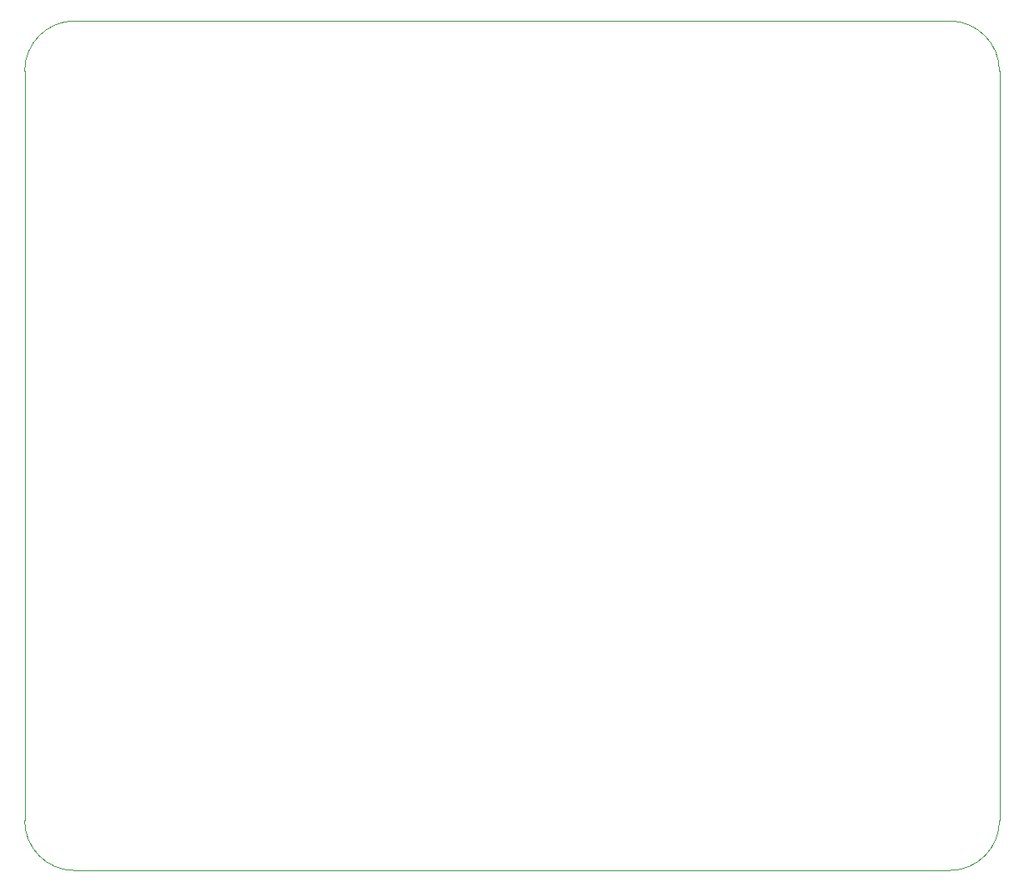
<source format=gm1>
G04 #@! TF.GenerationSoftware,KiCad,Pcbnew,(5.1.2)-1*
G04 #@! TF.CreationDate,2019-05-14T17:21:23-07:00*
G04 #@! TF.ProjectId,triumph_main,74726975-6d70-4685-9f6d-61696e2e6b69,A*
G04 #@! TF.SameCoordinates,Original*
G04 #@! TF.FileFunction,Profile,NP*
%FSLAX46Y46*%
G04 Gerber Fmt 4.6, Leading zero omitted, Abs format (unit mm)*
G04 Created by KiCad (PCBNEW (5.1.2)-1) date 2019-05-14 17:21:23*
%MOMM*%
%LPD*%
G04 APERTURE LIST*
%ADD10C,0.050000*%
G04 APERTURE END LIST*
D10*
X194056000Y-138176000D02*
G75*
G02X188976000Y-143256000I-5080000J0D01*
G01*
X188976000Y-56896000D02*
G75*
G02X194056000Y-61976000I0J-5080000D01*
G01*
X194056000Y-138176000D02*
X194056000Y-61976000D01*
X94996000Y-61976000D02*
G75*
G02X100076000Y-56896000I5080000J0D01*
G01*
X100076000Y-143256000D02*
G75*
G02X94996000Y-138176000I0J5080000D01*
G01*
X100076000Y-143256000D02*
X188976000Y-143256000D01*
X94996000Y-61976000D02*
X94996000Y-138176000D01*
X100076000Y-56896000D02*
X188976000Y-56896000D01*
M02*

</source>
